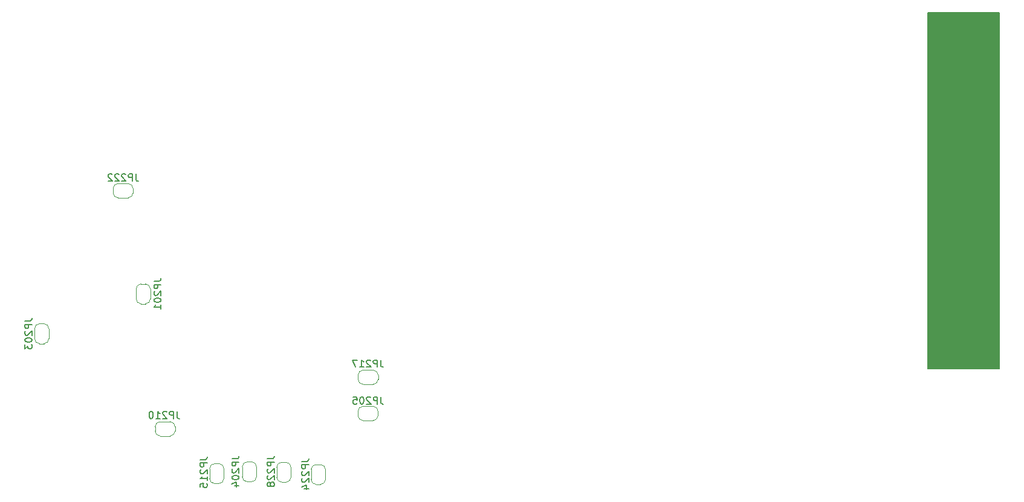
<source format=gbr>
G04 #@! TF.GenerationSoftware,KiCad,Pcbnew,(6.0.0)*
G04 #@! TF.CreationDate,2022-02-13T15:48:03+01:00*
G04 #@! TF.ProjectId,ADRmu,4144526d-752e-46b6-9963-61645f706362,0.3*
G04 #@! TF.SameCoordinates,Original*
G04 #@! TF.FileFunction,Legend,Bot*
G04 #@! TF.FilePolarity,Positive*
%FSLAX46Y46*%
G04 Gerber Fmt 4.6, Leading zero omitted, Abs format (unit mm)*
G04 Created by KiCad (PCBNEW (6.0.0)) date 2022-02-13 15:48:03*
%MOMM*%
%LPD*%
G01*
G04 APERTURE LIST*
%ADD10C,0.150000*%
%ADD11C,0.120000*%
G04 APERTURE END LIST*
D10*
X200000000Y-75000000D02*
X210000000Y-75000000D01*
X210000000Y-75000000D02*
X210000000Y-125000000D01*
X210000000Y-125000000D02*
X200000000Y-125000000D01*
X200000000Y-125000000D02*
X200000000Y-75000000D01*
G36*
X200000000Y-75000000D02*
G01*
X210000000Y-75000000D01*
X210000000Y-125000000D01*
X200000000Y-125000000D01*
X200000000Y-75000000D01*
G37*
G04 #@! TO.C,JP201*
X91588380Y-112699285D02*
X92302666Y-112699285D01*
X92445523Y-112651666D01*
X92540761Y-112556428D01*
X92588380Y-112413571D01*
X92588380Y-112318333D01*
X92588380Y-113175476D02*
X91588380Y-113175476D01*
X91588380Y-113556428D01*
X91636000Y-113651666D01*
X91683619Y-113699285D01*
X91778857Y-113746904D01*
X91921714Y-113746904D01*
X92016952Y-113699285D01*
X92064571Y-113651666D01*
X92112190Y-113556428D01*
X92112190Y-113175476D01*
X91683619Y-114127857D02*
X91636000Y-114175476D01*
X91588380Y-114270714D01*
X91588380Y-114508809D01*
X91636000Y-114604047D01*
X91683619Y-114651666D01*
X91778857Y-114699285D01*
X91874095Y-114699285D01*
X92016952Y-114651666D01*
X92588380Y-114080238D01*
X92588380Y-114699285D01*
X91588380Y-115318333D02*
X91588380Y-115413571D01*
X91636000Y-115508809D01*
X91683619Y-115556428D01*
X91778857Y-115604047D01*
X91969333Y-115651666D01*
X92207428Y-115651666D01*
X92397904Y-115604047D01*
X92493142Y-115556428D01*
X92540761Y-115508809D01*
X92588380Y-115413571D01*
X92588380Y-115318333D01*
X92540761Y-115223095D01*
X92493142Y-115175476D01*
X92397904Y-115127857D01*
X92207428Y-115080238D01*
X91969333Y-115080238D01*
X91778857Y-115127857D01*
X91683619Y-115175476D01*
X91636000Y-115223095D01*
X91588380Y-115318333D01*
X92588380Y-116604047D02*
X92588380Y-116032619D01*
X92588380Y-116318333D02*
X91588380Y-116318333D01*
X91731238Y-116223095D01*
X91826476Y-116127857D01*
X91874095Y-116032619D01*
G04 #@! TO.C,JP215*
X98065380Y-137729285D02*
X98779666Y-137729285D01*
X98922523Y-137681666D01*
X99017761Y-137586428D01*
X99065380Y-137443571D01*
X99065380Y-137348333D01*
X99065380Y-138205476D02*
X98065380Y-138205476D01*
X98065380Y-138586428D01*
X98113000Y-138681666D01*
X98160619Y-138729285D01*
X98255857Y-138776904D01*
X98398714Y-138776904D01*
X98493952Y-138729285D01*
X98541571Y-138681666D01*
X98589190Y-138586428D01*
X98589190Y-138205476D01*
X98160619Y-139157857D02*
X98113000Y-139205476D01*
X98065380Y-139300714D01*
X98065380Y-139538809D01*
X98113000Y-139634047D01*
X98160619Y-139681666D01*
X98255857Y-139729285D01*
X98351095Y-139729285D01*
X98493952Y-139681666D01*
X99065380Y-139110238D01*
X99065380Y-139729285D01*
X99065380Y-140681666D02*
X99065380Y-140110238D01*
X99065380Y-140395952D02*
X98065380Y-140395952D01*
X98208238Y-140300714D01*
X98303476Y-140205476D01*
X98351095Y-140110238D01*
X98065380Y-141586428D02*
X98065380Y-141110238D01*
X98541571Y-141062619D01*
X98493952Y-141110238D01*
X98446333Y-141205476D01*
X98446333Y-141443571D01*
X98493952Y-141538809D01*
X98541571Y-141586428D01*
X98636809Y-141634047D01*
X98874904Y-141634047D01*
X98970142Y-141586428D01*
X99017761Y-141538809D01*
X99065380Y-141443571D01*
X99065380Y-141205476D01*
X99017761Y-141110238D01*
X98970142Y-141062619D01*
G04 #@! TO.C,JP222*
X89060714Y-97652380D02*
X89060714Y-98366666D01*
X89108333Y-98509523D01*
X89203571Y-98604761D01*
X89346428Y-98652380D01*
X89441666Y-98652380D01*
X88584523Y-98652380D02*
X88584523Y-97652380D01*
X88203571Y-97652380D01*
X88108333Y-97700000D01*
X88060714Y-97747619D01*
X88013095Y-97842857D01*
X88013095Y-97985714D01*
X88060714Y-98080952D01*
X88108333Y-98128571D01*
X88203571Y-98176190D01*
X88584523Y-98176190D01*
X87632142Y-97747619D02*
X87584523Y-97700000D01*
X87489285Y-97652380D01*
X87251190Y-97652380D01*
X87155952Y-97700000D01*
X87108333Y-97747619D01*
X87060714Y-97842857D01*
X87060714Y-97938095D01*
X87108333Y-98080952D01*
X87679761Y-98652380D01*
X87060714Y-98652380D01*
X86679761Y-97747619D02*
X86632142Y-97700000D01*
X86536904Y-97652380D01*
X86298809Y-97652380D01*
X86203571Y-97700000D01*
X86155952Y-97747619D01*
X86108333Y-97842857D01*
X86108333Y-97938095D01*
X86155952Y-98080952D01*
X86727380Y-98652380D01*
X86108333Y-98652380D01*
X85727380Y-97747619D02*
X85679761Y-97700000D01*
X85584523Y-97652380D01*
X85346428Y-97652380D01*
X85251190Y-97700000D01*
X85203571Y-97747619D01*
X85155952Y-97842857D01*
X85155952Y-97938095D01*
X85203571Y-98080952D01*
X85775000Y-98652380D01*
X85155952Y-98652380D01*
G04 #@! TO.C,JP203*
X73525380Y-118282285D02*
X74239666Y-118282285D01*
X74382523Y-118234666D01*
X74477761Y-118139428D01*
X74525380Y-117996571D01*
X74525380Y-117901333D01*
X74525380Y-118758476D02*
X73525380Y-118758476D01*
X73525380Y-119139428D01*
X73573000Y-119234666D01*
X73620619Y-119282285D01*
X73715857Y-119329904D01*
X73858714Y-119329904D01*
X73953952Y-119282285D01*
X74001571Y-119234666D01*
X74049190Y-119139428D01*
X74049190Y-118758476D01*
X73620619Y-119710857D02*
X73573000Y-119758476D01*
X73525380Y-119853714D01*
X73525380Y-120091809D01*
X73573000Y-120187047D01*
X73620619Y-120234666D01*
X73715857Y-120282285D01*
X73811095Y-120282285D01*
X73953952Y-120234666D01*
X74525380Y-119663238D01*
X74525380Y-120282285D01*
X73525380Y-120901333D02*
X73525380Y-120996571D01*
X73573000Y-121091809D01*
X73620619Y-121139428D01*
X73715857Y-121187047D01*
X73906333Y-121234666D01*
X74144428Y-121234666D01*
X74334904Y-121187047D01*
X74430142Y-121139428D01*
X74477761Y-121091809D01*
X74525380Y-120996571D01*
X74525380Y-120901333D01*
X74477761Y-120806095D01*
X74430142Y-120758476D01*
X74334904Y-120710857D01*
X74144428Y-120663238D01*
X73906333Y-120663238D01*
X73715857Y-120710857D01*
X73620619Y-120758476D01*
X73573000Y-120806095D01*
X73525380Y-120901333D01*
X73525380Y-121568000D02*
X73525380Y-122187047D01*
X73906333Y-121853714D01*
X73906333Y-121996571D01*
X73953952Y-122091809D01*
X74001571Y-122139428D01*
X74096809Y-122187047D01*
X74334904Y-122187047D01*
X74430142Y-122139428D01*
X74477761Y-122091809D01*
X74525380Y-121996571D01*
X74525380Y-121710857D01*
X74477761Y-121615619D01*
X74430142Y-121568000D01*
G04 #@! TO.C,JP224*
X112289380Y-137983285D02*
X113003666Y-137983285D01*
X113146523Y-137935666D01*
X113241761Y-137840428D01*
X113289380Y-137697571D01*
X113289380Y-137602333D01*
X113289380Y-138459476D02*
X112289380Y-138459476D01*
X112289380Y-138840428D01*
X112337000Y-138935666D01*
X112384619Y-138983285D01*
X112479857Y-139030904D01*
X112622714Y-139030904D01*
X112717952Y-138983285D01*
X112765571Y-138935666D01*
X112813190Y-138840428D01*
X112813190Y-138459476D01*
X112384619Y-139411857D02*
X112337000Y-139459476D01*
X112289380Y-139554714D01*
X112289380Y-139792809D01*
X112337000Y-139888047D01*
X112384619Y-139935666D01*
X112479857Y-139983285D01*
X112575095Y-139983285D01*
X112717952Y-139935666D01*
X113289380Y-139364238D01*
X113289380Y-139983285D01*
X112384619Y-140364238D02*
X112337000Y-140411857D01*
X112289380Y-140507095D01*
X112289380Y-140745190D01*
X112337000Y-140840428D01*
X112384619Y-140888047D01*
X112479857Y-140935666D01*
X112575095Y-140935666D01*
X112717952Y-140888047D01*
X113289380Y-140316619D01*
X113289380Y-140935666D01*
X112622714Y-141792809D02*
X113289380Y-141792809D01*
X112241761Y-141554714D02*
X112956047Y-141316619D01*
X112956047Y-141935666D01*
G04 #@! TO.C,JP210*
X94810714Y-130966380D02*
X94810714Y-131680666D01*
X94858333Y-131823523D01*
X94953571Y-131918761D01*
X95096428Y-131966380D01*
X95191666Y-131966380D01*
X94334523Y-131966380D02*
X94334523Y-130966380D01*
X93953571Y-130966380D01*
X93858333Y-131014000D01*
X93810714Y-131061619D01*
X93763095Y-131156857D01*
X93763095Y-131299714D01*
X93810714Y-131394952D01*
X93858333Y-131442571D01*
X93953571Y-131490190D01*
X94334523Y-131490190D01*
X93382142Y-131061619D02*
X93334523Y-131014000D01*
X93239285Y-130966380D01*
X93001190Y-130966380D01*
X92905952Y-131014000D01*
X92858333Y-131061619D01*
X92810714Y-131156857D01*
X92810714Y-131252095D01*
X92858333Y-131394952D01*
X93429761Y-131966380D01*
X92810714Y-131966380D01*
X91858333Y-131966380D02*
X92429761Y-131966380D01*
X92144047Y-131966380D02*
X92144047Y-130966380D01*
X92239285Y-131109238D01*
X92334523Y-131204476D01*
X92429761Y-131252095D01*
X91239285Y-130966380D02*
X91144047Y-130966380D01*
X91048809Y-131014000D01*
X91001190Y-131061619D01*
X90953571Y-131156857D01*
X90905952Y-131347333D01*
X90905952Y-131585428D01*
X90953571Y-131775904D01*
X91001190Y-131871142D01*
X91048809Y-131918761D01*
X91144047Y-131966380D01*
X91239285Y-131966380D01*
X91334523Y-131918761D01*
X91382142Y-131871142D01*
X91429761Y-131775904D01*
X91477380Y-131585428D01*
X91477380Y-131347333D01*
X91429761Y-131156857D01*
X91382142Y-131061619D01*
X91334523Y-131014000D01*
X91239285Y-130966380D01*
G04 #@! TO.C,JP228*
X107463380Y-137602285D02*
X108177666Y-137602285D01*
X108320523Y-137554666D01*
X108415761Y-137459428D01*
X108463380Y-137316571D01*
X108463380Y-137221333D01*
X108463380Y-138078476D02*
X107463380Y-138078476D01*
X107463380Y-138459428D01*
X107511000Y-138554666D01*
X107558619Y-138602285D01*
X107653857Y-138649904D01*
X107796714Y-138649904D01*
X107891952Y-138602285D01*
X107939571Y-138554666D01*
X107987190Y-138459428D01*
X107987190Y-138078476D01*
X107558619Y-139030857D02*
X107511000Y-139078476D01*
X107463380Y-139173714D01*
X107463380Y-139411809D01*
X107511000Y-139507047D01*
X107558619Y-139554666D01*
X107653857Y-139602285D01*
X107749095Y-139602285D01*
X107891952Y-139554666D01*
X108463380Y-138983238D01*
X108463380Y-139602285D01*
X107558619Y-139983238D02*
X107511000Y-140030857D01*
X107463380Y-140126095D01*
X107463380Y-140364190D01*
X107511000Y-140459428D01*
X107558619Y-140507047D01*
X107653857Y-140554666D01*
X107749095Y-140554666D01*
X107891952Y-140507047D01*
X108463380Y-139935619D01*
X108463380Y-140554666D01*
X107891952Y-141126095D02*
X107844333Y-141030857D01*
X107796714Y-140983238D01*
X107701476Y-140935619D01*
X107653857Y-140935619D01*
X107558619Y-140983238D01*
X107511000Y-141030857D01*
X107463380Y-141126095D01*
X107463380Y-141316571D01*
X107511000Y-141411809D01*
X107558619Y-141459428D01*
X107653857Y-141507047D01*
X107701476Y-141507047D01*
X107796714Y-141459428D01*
X107844333Y-141411809D01*
X107891952Y-141316571D01*
X107891952Y-141126095D01*
X107939571Y-141030857D01*
X107987190Y-140983238D01*
X108082428Y-140935619D01*
X108272904Y-140935619D01*
X108368142Y-140983238D01*
X108415761Y-141030857D01*
X108463380Y-141126095D01*
X108463380Y-141316571D01*
X108415761Y-141411809D01*
X108368142Y-141459428D01*
X108272904Y-141507047D01*
X108082428Y-141507047D01*
X107987190Y-141459428D01*
X107939571Y-141411809D01*
X107891952Y-141316571D01*
G04 #@! TO.C,JP205*
X123365214Y-128934380D02*
X123365214Y-129648666D01*
X123412833Y-129791523D01*
X123508071Y-129886761D01*
X123650928Y-129934380D01*
X123746166Y-129934380D01*
X122889023Y-129934380D02*
X122889023Y-128934380D01*
X122508071Y-128934380D01*
X122412833Y-128982000D01*
X122365214Y-129029619D01*
X122317595Y-129124857D01*
X122317595Y-129267714D01*
X122365214Y-129362952D01*
X122412833Y-129410571D01*
X122508071Y-129458190D01*
X122889023Y-129458190D01*
X121936642Y-129029619D02*
X121889023Y-128982000D01*
X121793785Y-128934380D01*
X121555690Y-128934380D01*
X121460452Y-128982000D01*
X121412833Y-129029619D01*
X121365214Y-129124857D01*
X121365214Y-129220095D01*
X121412833Y-129362952D01*
X121984261Y-129934380D01*
X121365214Y-129934380D01*
X120746166Y-128934380D02*
X120650928Y-128934380D01*
X120555690Y-128982000D01*
X120508071Y-129029619D01*
X120460452Y-129124857D01*
X120412833Y-129315333D01*
X120412833Y-129553428D01*
X120460452Y-129743904D01*
X120508071Y-129839142D01*
X120555690Y-129886761D01*
X120650928Y-129934380D01*
X120746166Y-129934380D01*
X120841404Y-129886761D01*
X120889023Y-129839142D01*
X120936642Y-129743904D01*
X120984261Y-129553428D01*
X120984261Y-129315333D01*
X120936642Y-129124857D01*
X120889023Y-129029619D01*
X120841404Y-128982000D01*
X120746166Y-128934380D01*
X119508071Y-128934380D02*
X119984261Y-128934380D01*
X120031880Y-129410571D01*
X119984261Y-129362952D01*
X119889023Y-129315333D01*
X119650928Y-129315333D01*
X119555690Y-129362952D01*
X119508071Y-129410571D01*
X119460452Y-129505809D01*
X119460452Y-129743904D01*
X119508071Y-129839142D01*
X119555690Y-129886761D01*
X119650928Y-129934380D01*
X119889023Y-129934380D01*
X119984261Y-129886761D01*
X120031880Y-129839142D01*
G04 #@! TO.C,JP204*
X102510380Y-137602285D02*
X103224666Y-137602285D01*
X103367523Y-137554666D01*
X103462761Y-137459428D01*
X103510380Y-137316571D01*
X103510380Y-137221333D01*
X103510380Y-138078476D02*
X102510380Y-138078476D01*
X102510380Y-138459428D01*
X102558000Y-138554666D01*
X102605619Y-138602285D01*
X102700857Y-138649904D01*
X102843714Y-138649904D01*
X102938952Y-138602285D01*
X102986571Y-138554666D01*
X103034190Y-138459428D01*
X103034190Y-138078476D01*
X102605619Y-139030857D02*
X102558000Y-139078476D01*
X102510380Y-139173714D01*
X102510380Y-139411809D01*
X102558000Y-139507047D01*
X102605619Y-139554666D01*
X102700857Y-139602285D01*
X102796095Y-139602285D01*
X102938952Y-139554666D01*
X103510380Y-138983238D01*
X103510380Y-139602285D01*
X102510380Y-140221333D02*
X102510380Y-140316571D01*
X102558000Y-140411809D01*
X102605619Y-140459428D01*
X102700857Y-140507047D01*
X102891333Y-140554666D01*
X103129428Y-140554666D01*
X103319904Y-140507047D01*
X103415142Y-140459428D01*
X103462761Y-140411809D01*
X103510380Y-140316571D01*
X103510380Y-140221333D01*
X103462761Y-140126095D01*
X103415142Y-140078476D01*
X103319904Y-140030857D01*
X103129428Y-139983238D01*
X102891333Y-139983238D01*
X102700857Y-140030857D01*
X102605619Y-140078476D01*
X102558000Y-140126095D01*
X102510380Y-140221333D01*
X102843714Y-141411809D02*
X103510380Y-141411809D01*
X102462761Y-141173714D02*
X103177047Y-140935619D01*
X103177047Y-141554666D01*
G04 #@! TO.C,JP217*
X123360714Y-123752380D02*
X123360714Y-124466666D01*
X123408333Y-124609523D01*
X123503571Y-124704761D01*
X123646428Y-124752380D01*
X123741666Y-124752380D01*
X122884523Y-124752380D02*
X122884523Y-123752380D01*
X122503571Y-123752380D01*
X122408333Y-123800000D01*
X122360714Y-123847619D01*
X122313095Y-123942857D01*
X122313095Y-124085714D01*
X122360714Y-124180952D01*
X122408333Y-124228571D01*
X122503571Y-124276190D01*
X122884523Y-124276190D01*
X121932142Y-123847619D02*
X121884523Y-123800000D01*
X121789285Y-123752380D01*
X121551190Y-123752380D01*
X121455952Y-123800000D01*
X121408333Y-123847619D01*
X121360714Y-123942857D01*
X121360714Y-124038095D01*
X121408333Y-124180952D01*
X121979761Y-124752380D01*
X121360714Y-124752380D01*
X120408333Y-124752380D02*
X120979761Y-124752380D01*
X120694047Y-124752380D02*
X120694047Y-123752380D01*
X120789285Y-123895238D01*
X120884523Y-123990476D01*
X120979761Y-124038095D01*
X120075000Y-123752380D02*
X119408333Y-123752380D01*
X119836904Y-124752380D01*
D11*
G04 #@! TO.C,JP201*
X89797000Y-115885000D02*
X90397000Y-115885000D01*
X91097000Y-115185000D02*
X91097000Y-113785000D01*
X89097000Y-113785000D02*
X89097000Y-115185000D01*
X90397000Y-113085000D02*
X89797000Y-113085000D01*
X89097000Y-115185000D02*
G75*
G03*
X89797000Y-115885000I699999J-1D01*
G01*
X89797000Y-113085000D02*
G75*
G03*
X89097000Y-113785000I-1J-699999D01*
G01*
X90397000Y-115885000D02*
G75*
G03*
X91097000Y-115185000I1J699999D01*
G01*
X91097000Y-113785000D02*
G75*
G03*
X90397000Y-113085000I-699999J1D01*
G01*
G04 #@! TO.C,JP215*
X101391000Y-140401500D02*
X101391000Y-139001500D01*
X100691000Y-138301500D02*
X100091000Y-138301500D01*
X99391000Y-139001500D02*
X99391000Y-140401500D01*
X100091000Y-141101500D02*
X100691000Y-141101500D01*
X100091000Y-138301500D02*
G75*
G03*
X99391000Y-139001500I-1J-699999D01*
G01*
X101391000Y-139001500D02*
G75*
G03*
X100691000Y-138301500I-699999J1D01*
G01*
X99391000Y-140401500D02*
G75*
G03*
X100091000Y-141101500I699999J-1D01*
G01*
X100691000Y-141101500D02*
G75*
G03*
X101391000Y-140401500I1J699999D01*
G01*
G04 #@! TO.C,JP222*
X88675000Y-100300000D02*
X88675000Y-99700000D01*
X87975000Y-99000000D02*
X86575000Y-99000000D01*
X85875000Y-99700000D02*
X85875000Y-100300000D01*
X86575000Y-101000000D02*
X87975000Y-101000000D01*
X87975000Y-101000000D02*
G75*
G03*
X88675000Y-100300000I1J699999D01*
G01*
X88675000Y-99700000D02*
G75*
G03*
X87975000Y-99000000I-699999J1D01*
G01*
X86575000Y-99000000D02*
G75*
G03*
X85875000Y-99700000I-1J-699999D01*
G01*
X85875000Y-100300000D02*
G75*
G03*
X86575000Y-101000000I699999J-1D01*
G01*
G04 #@! TO.C,JP203*
X76173000Y-118668000D02*
X75573000Y-118668000D01*
X75573000Y-121468000D02*
X76173000Y-121468000D01*
X74873000Y-119368000D02*
X74873000Y-120768000D01*
X76873000Y-120768000D02*
X76873000Y-119368000D01*
X76873000Y-119368000D02*
G75*
G03*
X76173000Y-118668000I-699999J1D01*
G01*
X74873000Y-120768000D02*
G75*
G03*
X75573000Y-121468000I699999J-1D01*
G01*
X76173000Y-121468000D02*
G75*
G03*
X76873000Y-120768000I1J699999D01*
G01*
X75573000Y-118668000D02*
G75*
G03*
X74873000Y-119368000I-1J-699999D01*
G01*
G04 #@! TO.C,JP224*
X113615000Y-139128500D02*
X113615000Y-140528500D01*
X115615000Y-140528500D02*
X115615000Y-139128500D01*
X114915000Y-138428500D02*
X114315000Y-138428500D01*
X114315000Y-141228500D02*
X114915000Y-141228500D01*
X113615000Y-140528500D02*
G75*
G03*
X114315000Y-141228500I699999J-1D01*
G01*
X114315000Y-138428500D02*
G75*
G03*
X113615000Y-139128500I-1J-699999D01*
G01*
X115615000Y-139128500D02*
G75*
G03*
X114915000Y-138428500I-699999J1D01*
G01*
X114915000Y-141228500D02*
G75*
G03*
X115615000Y-140528500I1J699999D01*
G01*
G04 #@! TO.C,JP210*
X94557000Y-133719000D02*
X94557000Y-133119000D01*
X92457000Y-134419000D02*
X93857000Y-134419000D01*
X91757000Y-133119000D02*
X91757000Y-133719000D01*
X93857000Y-132419000D02*
X92457000Y-132419000D01*
X91757000Y-133719000D02*
G75*
G03*
X92457000Y-134419000I699999J-1D01*
G01*
X92457000Y-132419000D02*
G75*
G03*
X91757000Y-133119000I-1J-699999D01*
G01*
X93857000Y-134419000D02*
G75*
G03*
X94557000Y-133719000I1J699999D01*
G01*
X94557000Y-133119000D02*
G75*
G03*
X93857000Y-132419000I-699999J1D01*
G01*
G04 #@! TO.C,JP228*
X110089000Y-138110000D02*
X109489000Y-138110000D01*
X109489000Y-140910000D02*
X110089000Y-140910000D01*
X110789000Y-140210000D02*
X110789000Y-138810000D01*
X108789000Y-138810000D02*
X108789000Y-140210000D01*
X108789000Y-140210000D02*
G75*
G03*
X109489000Y-140910000I699999J-1D01*
G01*
X110089000Y-140910000D02*
G75*
G03*
X110789000Y-140210000I1J699999D01*
G01*
X110789000Y-138810000D02*
G75*
G03*
X110089000Y-138110000I-699999J1D01*
G01*
X109489000Y-138110000D02*
G75*
G03*
X108789000Y-138810000I-1J-699999D01*
G01*
G04 #@! TO.C,JP205*
X122979500Y-131560000D02*
X122979500Y-130960000D01*
X120179500Y-130960000D02*
X120179500Y-131560000D01*
X122279500Y-130260000D02*
X120879500Y-130260000D01*
X120879500Y-132260000D02*
X122279500Y-132260000D01*
X122979500Y-130960000D02*
G75*
G03*
X122279500Y-130260000I-699999J1D01*
G01*
X120179500Y-131560000D02*
G75*
G03*
X120879500Y-132260000I699999J-1D01*
G01*
X122279500Y-132260000D02*
G75*
G03*
X122979500Y-131560000I1J699999D01*
G01*
X120879500Y-130260000D02*
G75*
G03*
X120179500Y-130960000I-1J-699999D01*
G01*
G04 #@! TO.C,JP204*
X103963000Y-138747500D02*
X103963000Y-140147500D01*
X104663000Y-140847500D02*
X105263000Y-140847500D01*
X105963000Y-140147500D02*
X105963000Y-138747500D01*
X105263000Y-138047500D02*
X104663000Y-138047500D01*
X104663000Y-138047500D02*
G75*
G03*
X103963000Y-138747500I-1J-699999D01*
G01*
X105963000Y-138747500D02*
G75*
G03*
X105263000Y-138047500I-699999J1D01*
G01*
X103963000Y-140147500D02*
G75*
G03*
X104663000Y-140847500I699999J-1D01*
G01*
X105263000Y-140847500D02*
G75*
G03*
X105963000Y-140147500I1J699999D01*
G01*
G04 #@! TO.C,JP217*
X122295000Y-125180000D02*
X120895000Y-125180000D01*
X120895000Y-127180000D02*
X122295000Y-127180000D01*
X122995000Y-126480000D02*
X122995000Y-125880000D01*
X120195000Y-125880000D02*
X120195000Y-126480000D01*
X120195000Y-126480000D02*
G75*
G03*
X120895000Y-127180000I699999J-1D01*
G01*
X120895000Y-125180000D02*
G75*
G03*
X120195000Y-125880000I-1J-699999D01*
G01*
X122995000Y-125880000D02*
G75*
G03*
X122295000Y-125180000I-699999J1D01*
G01*
X122295000Y-127180000D02*
G75*
G03*
X122995000Y-126480000I1J699999D01*
G01*
G04 #@! TD*
M02*

</source>
